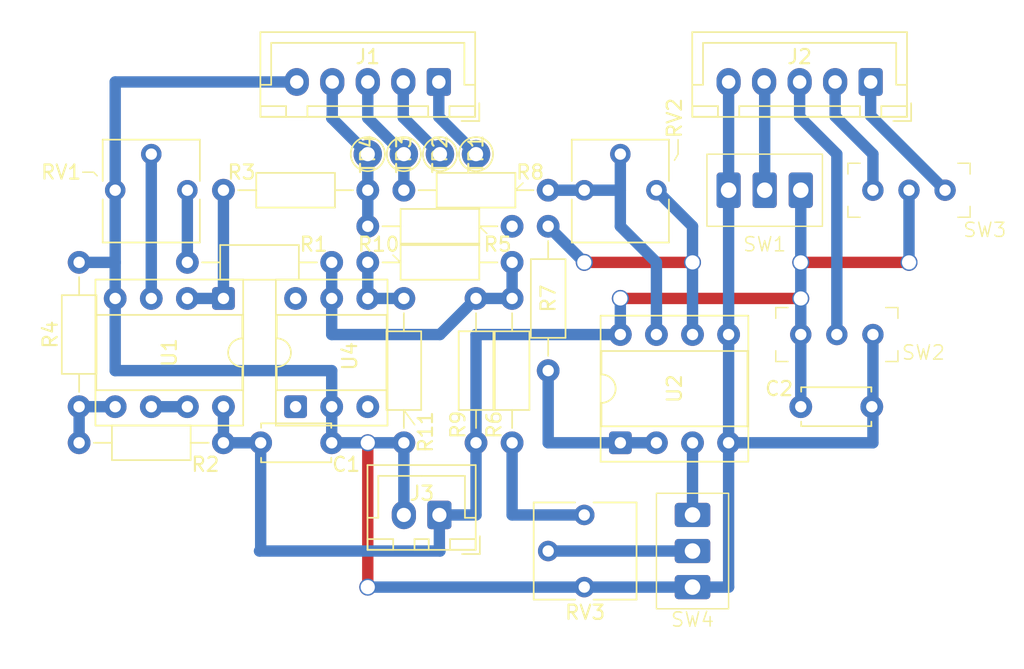
<source format=kicad_pcb>
(kicad_pcb (version 20241229) (generator "pcbnew") (generator_version "9.0")
  (layers (0 "F.Cu" signal) (2 "B.Cu" signal) (13 "F.Paste" user) (15 "B.Paste" user) (5 "F.SilkS" user "F.Silkscreen") (7 "B.SilkS" user "B.Silkscreen") (1 "F.Mask" user) (3 "B.Mask" user) (25 "Edge.Cuts" user))
  (net 0 "")
  (net 1 "+5V")
  (net 2 "GND")
  (net 3 "Net-(R1-Pad1)")
  (net 4 "Vmeas")
  (net 5 "Net-(R3-Pad1)")
  (net 6 "Imeas")
  (net 7 "LOAD_ENABLE")
  (net 8 "Vconst_ENABLE")
  (net 9 "Vofs")
  (net 10 "SHUNT_SELECT2")
  (net 11 "SHUNT_SELECT1")
  (net 12 "VAA")
  (net 13 "Net-(R5-Pad1)")
  (net 14 "Net-(R2-Pad1)")
  (net 15 "Net-(R6-Pad1)")
  (net 16 "Net-(R7-Pad2)")
  (net 17 "Net-(RV1-Pad2)")
  (net 18 "Vref")
  (net 19 "Net-(R8-Pad1)")
  (net 20 "Net-(U4-FB)")
  (net 21 "Net-(U1-Pad6)")
  (net 22 "Net-(SW4-B)")
  (net 23 "Net-(SW4-A)")
  (footprint "Inductor_THT:L_Axial_L5.3mm_D2.2mm_P10.16mm_Horizontal_Vishay_IM-1" (layer "F.Cu") (at 81.28 76.2 90)
    (property "Reference" "R6" (at 1.27 -1.27 90) (layer "F.SilkS"))
    (property "Value" "1k")
    (fp_line (start 7.85 -1.22) (end 2.31 -1.22) (stroke (width 0.12)) (layer "F.SilkS"))
    (fp_line (start 2.31 -1.22) (end 2.31 1.22) (stroke (width 0.12)) (layer "F.SilkS"))
    (fp_line (start 9.12 0) (end 7.85 0) (stroke (width 0.12)) (layer "F.SilkS"))
    (fp_line (start 1.04 0) (end 2.31 0) (stroke (width 0.12)) (layer "F.SilkS"))
    (fp_line (start 7.85 1.22) (end 7.85 -1.22) (stroke (width 0.12)) (layer "F.SilkS"))
    (fp_line (start 2.31 1.22) (end 7.85 1.22) (stroke (width 0.12)) (layer "F.SilkS"))
    (pad "1" thru_hole circle (at 0 0 90) (size 1.6 1.6) (drill 0.8) (layers "*.Cu" "*.Mask") (net 15 "Net-(R6-Pad1)"))
    (pad "2" thru_hole oval (at 10.16 0 90) (size 1.6 1.6) (drill 0.8) (layers "*.Cu" "*.Mask") (net 12 "VAA"))
  )
  (footprint "Package_DIP:DIP-8_W7.62mm_Socket" (layer "F.Cu") (at 60.96 66.04 -90)
    (property "Reference" "U1" (at 3.81 3.81 90) (layer "F.SilkS"))
    (property "Value" "S-89713B-K8T2U")
    (fp_line (start 1.16 8.95) (end 6.46 8.95) (stroke (width 0.12)) (layer "F.SilkS"))
    (fp_line (start 6.46 8.95) (end 6.46 -1.33) (stroke (width 0.12)) (layer "F.SilkS"))
    (fp_line (start 1.16 -1.33) (end 1.16 8.95) (stroke (width 0.12)) (layer "F.SilkS"))
    (fp_line (start 2.81 -1.33) (end 1.16 -1.33) (stroke (width 0.12)) (layer "F.SilkS"))
    (fp_line (start 6.46 -1.33) (end 4.81 -1.33) (stroke (width 0.12)) (layer "F.SilkS"))
    (fp_rect (start -1.33 -1.39) (end 8.95 9.01) (stroke (width 0.12)) (fill no) (layer "F.SilkS"))
    (fp_arc (start 4.81 -1.33) (mid 3.81 -0.33) (end 2.81 -1.33) (stroke (width 0.12)) (layer "F.SilkS"))
    (pad "1" thru_hole roundrect (at 0 0 270) (size 1.6 1.6) (drill 0.8) (layers "*.Cu" "*.Mask") (roundrect_rratio 0.15625) (net 5 "Net-(R3-Pad1)"))
    (pad "2" thru_hole circle (at 0 2.54 270) (size 1.6 1.6) (drill 0.8) (layers "*.Cu" "*.Mask") (net 5 "Net-(R3-Pad1)"))
    (pad "3" thru_hole circle (at 0 5.08 270) (size 1.6 1.6) (drill 0.8) (layers "*.Cu" "*.Mask") (net 17 "Net-(RV1-Pad2)"))
    (pad "4" thru_hole circle (at 0 7.62 270) (size 1.6 1.6) (drill 0.8) (layers "*.Cu" "*.Mask") (net 2 "GND"))
    (pad "5" thru_hole circle (at 7.62 7.62 270) (size 1.6 1.6) (drill 0.8) (layers "*.Cu" "*.Mask") (net 14 "Net-(R2-Pad1)"))
    (pad "6" thru_hole circle (at 7.62 5.08 270) (size 1.6 1.6) (drill 0.8) (layers "*.Cu" "*.Mask") (net 21 "Net-(U1-Pad6)"))
    (pad "7" thru_hole circle (at 7.62 2.54 270) (size 1.6 1.6) (drill 0.8) (layers "*.Cu" "*.Mask") (net 21 "Net-(U1-Pad6)"))
    (pad "8" thru_hole circle (at 7.62 0 270) (size 1.6 1.6) (drill 0.8) (layers "*.Cu" "*.Mask") (net 1 "+5V"))
  )
  (footprint "Package_DIP:DIP-8_W7.62mm_Socket" (layer "F.Cu") (at 88.9 76.2 90)
    (property "Reference" "U2" (at 3.81 3.81 90) (layer "F.SilkS"))
    (property "Value" "S-89713B-K8T2U")
    (fp_line (start 6.46 -1.33) (end 4.81 -1.33) (stroke (width 0.12)) (layer "F.SilkS"))
    (fp_line (start 2.81 -1.33) (end 1.16 -1.33) (stroke (width 0.12)) (layer "F.SilkS"))
    (fp_line (start 1.16 -1.33) (end 1.16 8.95) (stroke (width 0.12)) (layer "F.SilkS"))
    (fp_line (start 6.46 8.95) (end 6.46 -1.33) (stroke (width 0.12)) (layer "F.SilkS"))
    (fp_line (start 1.16 8.95) (end 6.46 8.95) (stroke (width 0.12)) (layer "F.SilkS"))
    (fp_rect (start -1.33 -1.39) (end 8.95 9.01) (stroke (width 0.12)) (fill no) (layer "F.SilkS"))
    (fp_arc (start 4.81 -1.33) (mid 3.81 -0.33) (end 2.81 -1.33) (stroke (width 0.12)) (layer "F.SilkS"))
    (pad "1" thru_hole roundrect (at 0 0 90) (size 1.6 1.6) (drill 0.8) (layers "*.Cu" "*.Mask") (roundrect_rratio 0.15625) (net 16 "Net-(R7-Pad2)"))
    (pad "2" thru_hole circle (at 0 2.54 90) (size 1.6 1.6) (drill 0.8) (layers "*.Cu" "*.Mask") (net 16 "Net-(R7-Pad2)"))
    (pad "3" thru_hole circle (at 0 5.08 90) (size 1.6 1.6) (drill 0.8) (layers "*.Cu" "*.Mask") (net 23 "Net-(SW4-A)"))
    (pad "4" thru_hole circle (at 0 7.62 90) (size 1.6 1.6) (drill 0.8) (layers "*.Cu" "*.Mask") (net 2 "GND"))
    (pad "5" thru_hole circle (at 7.62 7.62 90) (size 1.6 1.6) (drill 0.8) (layers "*.Cu" "*.Mask") (net 2 "GND"))
    (pad "6" thru_hole circle (at 7.62 5.08 90) (size 1.6 1.6) (drill 0.8) (layers "*.Cu" "*.Mask") (net 13 "Net-(R5-Pad1)"))
    (pad "7" thru_hole circle (at 7.62 2.54 90) (size 1.6 1.6) (drill 0.8) (layers "*.Cu" "*.Mask") (net 19 "Net-(R8-Pad1)"))
    (pad "8" thru_hole circle (at 7.62 0 90) (size 1.6 1.6) (drill 0.8) (layers "*.Cu" "*.Mask") (net 1 "+5V"))
  )
  (footprint "Inductor_THT:L_Axial_L5.3mm_D2.2mm_P10.16mm_Horizontal_Vishay_IM-1" (layer "F.Cu") (at 81.28 60.96 180)
    (property "Reference" "R5" (at 1.016 -1.27 0) (layer "F.SilkS"))
    (property "Value" "10k")
    (fp_line (start 9.12 0) (end 7.85 0) (stroke (width 0.12)) (layer "F.SilkS"))
    (fp_line (start 7.85 1.22) (end 7.85 -1.22) (stroke (width 0.12)) (layer "F.SilkS"))
    (fp_line (start 7.85 -1.22) (end 2.31 -1.22) (stroke (width 0.12)) (layer "F.SilkS"))
    (fp_line (start 2.31 1.22) (end 7.85 1.22) (stroke (width 0.12)) (layer "F.SilkS"))
    (fp_line (start 2.31 -1.22) (end 2.31 1.22) (stroke (width 0.12)) (layer "F.SilkS"))
    (fp_line (start 1.04 0) (end 2.31 0) (stroke (width 0.12)) (layer "F.SilkS"))
    (pad "1" thru_hole circle (at 0 0 180) (size 1.6 1.6) (drill 0.8) (layers "*.Cu" "*.Mask") (net 13 "Net-(R5-Pad1)"))
    (pad "2" thru_hole oval (at 10.16 0 180) (size 1.6 1.6) (drill 0.8) (layers "*.Cu" "*.Mask") (net 9 "Vofs"))
  )
  (footprint "Connector_JST:JST_XH_B5B-XH-A_1x05_P2.50mm_Vertical" (layer "F.Cu") (at 106.52 50.8 180)
    (property "Reference" "J2" (at 5 1.778 0) (layer "F.SilkS"))
    (property "Value" "Switch_Control")
    (fp_line (start 12.56 3.51) (end 12.56 -2.46) (stroke (width 0.12)) (layer "F.SilkS"))
    (fp_line (start 12.56 -2.46) (end -2.56 -2.46) (stroke (width 0.12)) (layer "F.SilkS"))
    (fp_line (start 12.55 -0.2) (end 11.8 -0.2) (stroke (width 0.12)) (layer "F.SilkS"))
    (fp_line (start 12.55 -1.7) (end 12.55 -2.45) (stroke (width 0.12)) (layer "F.SilkS"))
    (fp_line (start 12.55 -2.45) (end 10.75 -2.45) (stroke (width 0.12)) (layer "F.SilkS"))
    (fp_line (start 11.8 2.75) (end 5 2.75) (stroke (width 0.12)) (layer "F.SilkS"))
    (fp_line (start 11.8 -0.2) (end 11.8 2.75) (stroke (width 0.12)) (layer "F.SilkS"))
    (fp_line (start 10.75 -1.7) (end 12.55 -1.7) (stroke (width 0.12)) (layer "F.SilkS"))
    (fp_line (start 10.75 -2.45) (end 10.75 -1.7) (stroke (width 0.12)) (layer "F.SilkS"))
    (fp_line (start 9.25 -1.7) (end 9.25 -2.45) (stroke (width 0.12)) (layer "F.SilkS"))
    (fp_line (start 9.25 -2.45) (end 0.75 -2.45) (stroke (width 0.12)) (layer "F.SilkS"))
    (fp_line (start 0.75 -1.7) (end 9.25 -1.7) (stroke (width 0.12)) (layer "F.SilkS"))
    (fp_line (start 0.75 -2.45) (end 0.75 -1.7) (stroke (width 0.12)) (layer "F.SilkS"))
    (fp_line (start -0.75 -1.7) (end -0.75 -2.45) (stroke (width 0.12)) (layer "F.SilkS"))
    (fp_line (start -0.75 -2.45) (end -2.55 -2.45) (stroke (width 0.12)) (layer "F.SilkS"))
    (fp_line (start -1.6 -2.75) (end -2.85 -2.75) (stroke (width 0.12)) (layer "F.SilkS"))
    (fp_line (start -1.8 2.75) (end 5 2.75) (stroke (width 0.12)) (layer "F.SilkS"))
    (fp_line (start -1.8 -0.2) (end -1.8 2.75) (stroke (width 0.12)) (layer "F.SilkS"))
    (fp_line (start -2.55 -0.2) (end -1.8 -0.2) (stroke (width 0.12)) (layer "F.SilkS"))
    (fp_line (start -2.55 -1.7) (end -0.75 -1.7) (stroke (width 0.12)) (layer "F.SilkS"))
    (fp_line (start -2.55 -2.45) (end -2.55 -1.7) (stroke (width 0.12)) (layer "F.SilkS"))
    (fp_line (start -2.56 3.51) (end 12.56 3.51) (stroke (width 0.12)) (layer "F.SilkS"))
    (fp_line (start -2.56 -2.46) (end -2.56 3.51) (stroke (width 0.12)) (layer "F.SilkS"))
    (fp_line (start -2.85 -2.75) (end -2.85 -1.5) (stroke (width 0.12)) (layer "F.SilkS"))
    (pad "1" thru_hole roundrect (at 0 0 180) (size 1.7 1.95) (drill 0.95) (layers "*.Cu" "*.Mask") (roundrect_rratio 0.147059) (net 10 "SHUNT_SELECT2"))
    (pad "2" thru_hole oval (at 2.5 0 180) (size 1.7 1.95) (drill 0.95) (layers "*.Cu" "*.Mask") (net 11 "SHUNT_SELECT1"))
    (pad "3" thru_hole oval (at 5 0 180) (size 1.7 1.95) (drill 0.95) (layers "*.Cu" "*.Mask") (net 8 "Vconst_ENABLE"))
    (pad "4" thru_hole oval (at 7.5 0 180) (size 1.7 1.95) (drill 0.95) (layers "*.Cu" "*.Mask") (net 7 "LOAD_ENABLE"))
    (pad "5" thru_hole oval (at 10 0 180) (size 1.7 1.95) (drill 0.95) (layers "*.Cu" "*.Mask") (net 2 "GND"))
  )
  (footprint "AM_Switch: SS-12D00G3" (layer "F.Cu") (at 104.14 68.58)
    (property "Reference" "SW2" (at 6.096 1.27 0) (layer "F.SilkS") (effects (font (thickness 0.1))))
    (property "Value" "SW_SPDT")
    (fp_line (start -4.3 -1.9) (end -4.3 -1.14) (stroke (width 0.1)) (layer "F.SilkS"))
    (fp_line (start -4.3 1.14) (end -4.3 1.9) (stroke (width 0.1)) (layer "F.SilkS"))
    (fp_line (start -4.3 1.9) (end -3.44 1.9) (stroke (width 0.1)) (layer "F.SilkS"))
    (fp_line (start -3.44 -1.9) (end -4.3 -1.9) (stroke (width 0.1)) (layer "F.SilkS"))
    (fp_line (start 3.44 1.9) (end 4.3 1.9) (stroke (width 0.1)) (layer "F.SilkS"))
    (fp_line (start 4.3 -1.9) (end 3.44 -1.9) (stroke (width 0.1)) (layer "F.SilkS"))
    (fp_line (start 4.3 -1.14) (end 4.3 -1.9) (stroke (width 0.1)) (layer "F.SilkS"))
    (fp_line (start 4.3 1.9) (end 4.3 1.14) (stroke (width 0.1)) (layer "F.SilkS"))
    (pad "1" thru_hole circle (at -2.54 0) (size 1.5 1.5) (drill 0.8) (layers "*.Cu" "*.Mask") (net 1 "+5V"))
    (pad "2" thru_hole circle (at 0 0) (size 1.5 1.5) (drill 0.8) (layers "*.Cu" "*.Mask") (net 8 "Vconst_ENABLE"))
    (pad "3" thru_hole circle (at 2.54 0) (size 1.5 1.5) (drill 0.8) (layers "*.Cu" "*.Mask") (net 2 "GND"))
  )
  (footprint "AM_Switch:2MS1-T1-B4-M2-Q-E" (layer "F.Cu") (at 99.06 58.42 180)
    (property "Reference" "SW1" (at 0 -3.81 0) (layer "F.SilkS") (effects (font (thickness 0.1))))
    (property "Value" "SW_SPDT")
    (fp_rect (start -4.065 -2.54) (end 4.065 2.54) (stroke (width 0.1)) (fill no) (layer "F.SilkS"))
    (pad "1" thru_hole roundrect (at -2.54 0 180) (size 1.7 2.5) (drill 1.09) (layers "*.Cu" "*.Mask") (roundrect_rratio 0.15) (net 1 "+5V"))
    (pad "2" thru_hole roundrect (at 0 0 180) (size 1.7 2.5) (drill 1.09) (layers "*.Cu" "*.Mask") (roundrect_rratio 0.15) (net 7 "LOAD_ENABLE"))
    (pad "3" thru_hole roundrect (at 2.54 0 180) (size 1.7 2.5) (drill 1.09) (layers "*.Cu" "*.Mask") (roundrect_rratio 0.15) (net 2 "GND"))
  )
  (footprint "TestPoint:TestPoint_THTPad_D2.0mm_Drill1.0mm" (layer "F.Cu") (at 73.66 55.88 -90)
    (property "Reference" "TP3" (at 0 0 90) (layer "F.SilkS"))
    (property "Value" "TestPoint_Small")
    (fp_circle (center 0 0) (end 0 1.2) (stroke (width 0.12)) (fill no) (layer "F.SilkS"))
    (pad "1" thru_hole circle (at 0 0 270) (size 2 2) (drill 1) (layers "*.Cu" "*.Mask") (net 18 "Vref"))
  )
  (footprint "Inductor_THT:L_Axial_L5.3mm_D2.2mm_P10.16mm_Horizontal_Vishay_IM-1" (layer "F.Cu") (at 50.8 76.2)
    (property "Reference" "R2" (at 8.89 1.524 0) (layer "F.SilkS"))
    (property "Value" "1k")
    (fp_line (start 1.04 0) (end 2.31 0) (stroke (width 0.12)) (layer "F.SilkS"))
    (fp_line (start 2.31 -1.22) (end 2.31 1.22) (stroke (width 0.12)) (layer "F.SilkS"))
    (fp_line (start 2.31 1.22) (end 7.85 1.22) (stroke (width 0.12)) (layer "F.SilkS"))
    (fp_line (start 7.85 -1.22) (end 2.31 -1.22) (stroke (width 0.12)) (layer "F.SilkS"))
    (fp_line (start 7.85 1.22) (end 7.85 -1.22) (stroke (width 0.12)) (layer "F.SilkS"))
    (fp_line (start 9.12 0) (end 7.85 0) (stroke (width 0.12)) (layer "F.SilkS"))
    (pad "1" thru_hole circle (at 0 0) (size 1.6 1.6) (drill 0.8) (layers "*.Cu" "*.Mask") (net 14 "Net-(R2-Pad1)"))
    (pad "2" thru_hole oval (at 10.16 0) (size 1.6 1.6) (drill 0.8) (layers "*.Cu" "*.Mask") (net 1 "+5V"))
  )
  (footprint "TestPoint:TestPoint_THTPad_D2.0mm_Drill1.0mm" (layer "F.Cu") (at 78.74 55.88 -90)
    (property "Reference" "TP1" (at 0 0 90) (layer "F.SilkS"))
    (property "Value" "TestPoint_Small")
    (fp_circle (center 0 0) (end 0 1.2) (stroke (width 0.12)) (fill no) (layer "F.SilkS"))
    (pad "1" thru_hole circle (at 0 0 270) (size 2 2) (drill 1) (layers "*.Cu" "*.Mask") (net 6 "Imeas"))
  )
  (footprint "Capacitor_THT:C_Disc_D4.7mm_W2.5mm_P5.00mm" (layer "F.Cu") (at 63.58 76.2)
    (property "Reference" "C1" (at 6.016 1.524 0) (layer "F.SilkS"))
    (property "Value" "0.1u")
    (fp_line (start 0.03 -1.37) (end 0.03 -1.055) (stroke (width 0.12)) (layer "F.SilkS"))
    (fp_line (start 0.03 -1.37) (end 4.97 -1.37) (stroke (width 0.12)) (layer "F.SilkS"))
    (fp_line (start 0.03 1.055) (end 0.03 1.37) (stroke (width 0.12)) (layer "F.SilkS"))
    (fp_line (start 0.03 1.37) (end 4.97 1.37) (stroke (width 0.12)) (layer "F.SilkS"))
    (fp_line (start 4.97 -1.37) (end 4.97 -1.055) (stroke (width 0.12)) (layer "F.SilkS"))
    (fp_line (start 4.97 1.055) (end 4.97 1.37) (stroke (width 0.12)) (layer "F.SilkS"))
    (pad "1" thru_hole circle (at 0 0) (size 1.6 1.6) (drill 0.8) (layers "*.Cu" "*.Mask") (net 1 "+5V"))
    (pad "2" thru_hole circle (at 5 0) (size 1.6 1.6) (drill 0.8) (layers "*.Cu" "*.Mask") (net 2 "GND"))
  )
  (footprint "Potentiometer_THT:Potentiometer_Vishay_T73YP_Vertical" (layer "F.Cu") (at 86.36 81.28 180)
    (property "Reference" "RV3" (at -0.06 -6.858 0) (layer "F.SilkS"))
    (property "Value" "10k")
    (fp_line (start 3.56 -5.96) (end 3.56 0.88) (stroke (width 0.12)) (layer "F.SilkS"))
    (fp_line (start 0.65 0.88) (end 3.56 0.88) (stroke (width 0.12)) (layer "F.SilkS"))
    (fp_line (start 0.65 -5.96) (end 3.56 -5.96) (stroke (width 0.12)) (layer "F.SilkS"))
    (fp_line (start -3.68 0.88) (end -0.65 0.88) (stroke (width 0.12)) (layer "F.SilkS"))
    (fp_line (start -3.68 -5.96) (end -0.65 -5.96) (stroke (width 0.12)) (layer "F.SilkS"))
    (fp_line (start -3.68 -5.96) (end -3.68 0.88) (stroke (width 0.12)) (layer "F.SilkS"))
    (pad "1" thru_hole circle (at 0 0 180) (size 1.44 1.44) (drill 0.8) (layers "*.Cu" "*.Mask") (net 15 "Net-(R6-Pad1)"))
    (pad "2" thru_hole circle (at 2.54 -2.54 180) (size 1.44 1.44) (drill 0.8) (layers "*.Cu" "*.Mask") (net 22 "Net-(SW4-B)"))
    (pad "3" thru_hole circle (at 0 -5.08 180) (size 1.44 1.44) (drill 0.8) (layers "*.Cu" "*.Mask") (net 2 "GND"))
  )
  (footprint "Inductor_THT:L_Axial_L5.3mm_D2.2mm_P10.16mm_Horizontal_Vishay_IM-1" (layer "F.Cu") (at 50.8 63.5 -90)
    (property "Reference" "R4" (at 5.08 2.032 90) (layer "F.SilkS"))
    (property "Value" "1k")
    (fp_line (start 2.31 1.22) (end 7.85 1.22) (stroke (width 0.12)) (layer "F.SilkS"))
    (fp_line (start 7.85 1.22) (end 7.85 -1.22) (stroke (width 0.12)) (layer "F.SilkS"))
    (fp_line (start 1.04 0) (end 2.31 0) (stroke (width 0.12)) (layer "F.SilkS"))
    (fp_line (start 9.12 0) (end 7.85 0) (stroke (width 0.12)) (layer "F.SilkS"))
    (fp_line (start 2.31 -1.22) (end 2.31 1.22) (stroke (width 0.12)) (layer "F.SilkS"))
    (fp_line (start 7.85 -1.22) (end 2.31 -1.22) (stroke (width 0.12)) (layer "F.SilkS"))
    (pad "1" thru_hole circle (at 0 0 270) (size 1.6 1.6) (drill 0.8) (layers "*.Cu" "*.Mask") (net 2 "GND"))
    (pad "2" thru_hole oval (at 10.16 0 270) (size 1.6 1.6) (drill 0.8) (layers "*.Cu" "*.Mask") (net 14 "Net-(R2-Pad1)"))
  )
  (footprint "Connector_JST:JST_XH_B2B-XH-A_1x02_P2.50mm_Vertical" (layer "F.Cu") (at 76.16 81.28 180)
    (property "Reference" "J3" (at 1.23 1.524 0) (layer "F.SilkS"))
    (property "Value" "Conn_01x02")
    (fp_line (start 5.06 3.51) (end 5.06 -2.46) (stroke (width 0.12)) (layer "F.SilkS"))
    (fp_line (start 5.06 -2.46) (end -2.56 -2.46) (stroke (width 0.12)) (layer "F.SilkS"))
    (fp_line (start 5.05 -0.2) (end 4.3 -0.2) (stroke (width 0.12)) (layer "F.SilkS"))
    (fp_line (start 5.05 -1.7) (end 5.05 -2.45) (stroke (width 0.12)) (layer "F.SilkS"))
    (fp_line (start 5.05 -2.45) (end 3.25 -2.45) (stroke (width 0.12)) (layer "F.SilkS"))
    (fp_line (start 4.3 2.75) (end 1.25 2.75) (stroke (width 0.12)) (layer "F.SilkS"))
    (fp_line (start 4.3 -0.2) (end 4.3 2.75) (stroke (width 0.12)) (layer "F.SilkS"))
    (fp_line (start 3.25 -1.7) (end 5.05 -1.7) (stroke (width 0.12)) (layer "F.SilkS"))
    (fp_line (start 3.25 -2.45) (end 3.25 -1.7) (stroke (width 0.12)) (layer "F.SilkS"))
    (fp_line (start 1.75 -1.7) (end 1.75 -2.45) (stroke (width 0.12)) (layer "F.SilkS"))
    (fp_line (start 1.75 -2.45) (end 0.75 -2.45) (stroke (width 0.12)) (layer "F.SilkS"))
    (fp_line (start 0.75 -1.7) (end 1.75 -1.7) (stroke (width 0.12)) (layer "F.SilkS"))
    (fp_line (start 0.75 -2.45) (end 0.75 -1.7) (stroke (width 0.12)) (layer "F.SilkS"))
    (fp_line (start -0.75 -1.7) (end -0.75 -2.45) (stroke (width 0.12)) (layer "F.SilkS"))
    (fp_line (start -0.75 -2.45) (end -2.55 -2.45) (stroke (width 0.12)) (layer "F.SilkS"))
    (fp_line (start -1.6 -2.75) (end -2.85 -2.75) (stroke (width 0.12)) (layer "F.SilkS"))
    (fp_line (start -1.8 2.75) (end 1.25 2.75) (stroke (width 0.12)) (layer "F.SilkS"))
    (fp_line (start -1.8 -0.2) (end -1.8 2.75) (stroke (width 0.12)) (layer "F.SilkS"))
    (fp_line (start -2.55 -0.2) (end -1.8 -0.2) (stroke (width 0.12)) (layer "F.SilkS"))
    (fp_line (start -2.55 -1.7) (end -0.75 -1.7) (stroke (width 0.12)) (layer "F.SilkS"))
    (fp_line (start -2.55 -2.45) (end -2.55 -1.7) (stroke (width 0.12)) (layer "F.SilkS"))
    (fp_line (start -2.56 3.51) (end 5.06 3.51) (stroke (width 0.12)) (layer "F.SilkS"))
    (fp_line (start -2.56 -2.46) (end -2.56 3.51) (stroke (width 0.12)) (layer "F.SilkS"))
    (fp_line (start -2.85 -2.75) (end -2.85 -1.5) (stroke (width 0.12)) (layer "F.SilkS"))
    (pad "1" thru_hole roundrect (at 0 0 180) (size 1.7 2) (drill 1) (layers "*.Cu" "*.Mask") (roundrect_rratio 0.147059) (net 1 "+5V"))
    (pad "2" thru_hole oval (at 2.5 0 180) (size 1.7 2) (drill 1) (layers "*.Cu" "*.Mask") (net 2 "GND"))
  )
  (footprint "Inductor_THT:L_Axial_L5.3mm_D2.2mm_P10.16mm_Horizontal_Vishay_IM-1" (layer "F.Cu") (at 71.12 63.5)
    (property "Reference" "R10" (at 0.762 -1.27 0) (layer "F.SilkS"))
    (property "Value" "1k")
    (fp_line (start 1.04 0) (end 2.31 0) (stroke (width 0.12)) (layer "F.SilkS"))
    (fp_line (start 2.31 -1.22) (end 2.31 1.22) (stroke (width 0.12)) (layer "F.SilkS"))
    (fp_line (start 2.31 1.22) (end 7.85 1.22) (stroke (width 0.12)) (layer "F.SilkS"))
    (fp_line (start 7.85 -1.22) (end 2.31 -1.22) (stroke (width 0.12)) (layer "F.SilkS"))
    (fp_line (start 7.85 1.22) (end 7.85 -1.22) (stroke (width 0.12)) (layer "F.SilkS"))
    (fp_line (start 9.12 0) (end 7.85 0) (stroke (width 0.12)) (layer "F.SilkS"))
    (pad "1" thru_hole circle (at 0 0) (size 1.6 1.6) (drill 0.8) (layers "*.Cu" "*.Mask") (net 20 "Net-(U4-FB)"))
    (pad "2" thru_hole oval (at 10.16 0) (size 1.6 1.6) (drill 0.8) (layers "*.Cu" "*.Mask") (net 12 "VAA"))
  )
  (footprint "Inductor_THT:L_Axial_L5.3mm_D2.2mm_P10.16mm_Horizontal_Vishay_IM-1" (layer "F.Cu") (at 83.82 58.42 180)
    (property "Reference" "R8" (at 1.27 1.27 0) (layer "F.SilkS"))
    (property "Value" "1k")
    (fp_line (start 9.12 0) (end 7.85 0) (stroke (width 0.12)) (layer "F.SilkS"))
    (fp_line (start 7.85 1.22) (end 7.85 -1.22) (stroke (width 0.12)) (layer "F.SilkS"))
    (fp_line (start 7.85 -1.22) (end 2.31 -1.22) (stroke (width 0.12)) (layer "F.SilkS"))
    (fp_line (start 2.31 1.22) (end 7.85 1.22) (stroke (width 0.12)) (layer "F.SilkS"))
    (fp_line (start 2.31 -1.22) (end 2.31 1.22) (stroke (width 0.12)) (layer "F.SilkS"))
    (fp_line (start 1.04 0) (end 2.31 0) (stroke (width 0.12)) (layer "F.SilkS"))
    (pad "1" thru_hole circle (at 0 0 180) (size 1.6 1.6) (drill 0.8) (layers "*.Cu" "*.Mask") (net 19 "Net-(R8-Pad1)"))
    (pad "2" thru_hole oval (at 10.16 0 180) (size 1.6 1.6) (drill 0.8) (layers "*.Cu" "*.Mask") (net 18 "Vref"))
  )
  (footprint "Potentiometer_THT:Potentiometer_Vishay_T73YP_Vertical" (layer "F.Cu") (at 91.44 58.42 90)
    (property "Reference" "RV2" (at 5.08 1.27 90) (layer "F.SilkS"))
    (property "Value" "20k")
    (fp_line (start 3.56 -5.96) (end 3.56 0.88) (stroke (width 0.12)) (layer "F.SilkS"))
    (fp_line (start 0.65 -5.96) (end 3.56 -5.96) (stroke (width 0.12)) (layer "F.SilkS"))
    (fp_line (start -3.68 -5.96) (end -0.65 -5.96) (stroke (width 0.12)) (layer "F.SilkS"))
    (fp_line (start -3.68 -5.96) (end -3.68 0.88) (stroke (width 0.12)) (layer "F.SilkS"))
    (fp_line (start 0.65 0.88) (end 3.56 0.88) (stroke (width 0.12)) (layer "F.SilkS"))
    (fp_line (start -3.68 0.88) (end -0.65 0.88) (stroke (width 0.12)) (layer "F.SilkS"))
    (pad "1" thru_hole circle (at 0 0 90) (size 1.44 1.44) (drill 0.8) (layers "*.Cu" "*.Mask") (net 13 "Net-(R5-Pad1)"))
    (pad "2" thru_hole circle (at 2.54 -2.54 90) (size 1.44 1.44) (drill 0.8) (layers "*.Cu" "*.Mask") (net 19 "Net-(R8-Pad1)"))
    (pad "3" thru_hole circle (at 0 -5.08 90) (size 1.44 1.44) (drill 0.8) (layers "*.Cu" "*.Mask") (net 19 "Net-(R8-Pad1)"))
  )
  (footprint "AM_Universal:UniversalC_72x47" (layer "F.Cu") (at 50.8 50.8)
    (property "Reference" "REF**" (hide yes))
    (property "Value" "UniversalC_72x47")
  )
  (footprint "Capacitor_THT:C_Disc_D4.7mm_W2.5mm_P5.00mm" (layer "F.Cu") (at 101.6 73.66)
    (property "Reference" "C2" (at -1.524 -1.27 0) (layer "F.SilkS"))
    (property "Value" "0.1u")
    (fp_line (start 0.03 -1.37) (end 0.03 -1.055) (stroke (width 0.12)) (layer "F.SilkS"))
    (fp_line (start 0.03 -1.37) (end 4.97 -1.37) (stroke (width 0.12)) (layer "F.SilkS"))
    (fp_line (start 0.03 1.055) (end 0.03 1.37) (stroke (width 0.12)) (layer "F.SilkS"))
    (fp_line (start 0.03 1.37) (end 4.97 1.37) (stroke (width 0.12)) (layer "F.SilkS"))
    (fp_line (start 4.97 -1.37) (end 4.97 -1.055) (stroke (width 0.12)) (layer "F.SilkS"))
    (fp_line (start 4.97 1.055) (end 4.97 1.37) (stroke (width 0.12)) (layer "F.SilkS"))
    (pad "1" thru_hole circle (at 0 0) (size 1.6 1.6) (drill 0.8) (layers "*.Cu" "*.Mask") (net 1 "+5V"))
    (pad "2" thru_hole circle (at 5 0) (size 1.6 1.6) (drill 0.8) (layers "*.Cu" "*.Mask") (net 2 "GND"))
  )
  (footprint "Potentiometer_THT:Potentiometer_Vishay_T73YP_Vertical" (layer "F.Cu") (at 58.42 58.42 90)
    (property "Reference" "RV1" (at 1.27 -8.89 180) (layer "F.SilkS"))
    (property "Value" "10k")
    (fp_line (start 3.56 -5.96) (end 3.56 0.88) (stroke (width 0.12)) (layer "F.SilkS"))
    (fp_line (start 0.65 -5.96) (end 3.56 -5.96) (stroke (width 0.12)) (layer "F.SilkS"))
    (fp_line (start -3.68 -5.96) (end -0.65 -5.96) (stroke (width 0.12)) (layer "F.SilkS"))
    (fp_line (start -3.68 -5.96) (end -3.68 0.88) (stroke (width 0.12)) (layer "F.SilkS"))
    (fp_line (start 0.65 0.88) (end 3.56 0.88) (stroke (width 0.12)) (layer "F.SilkS"))
    (fp_line (start -3.68 0.88) (end -0.65 0.88) (stroke (width 0.12)) (layer "F.SilkS"))
    (pad "1" thru_hole circle (at 0 0 90) (size 1.44 1.44) (drill 0.8) (layers "*.Cu" "*.Mask") (net 3 "Net-(R1-Pad1)"))
    (pad "2" thru_hole circle (at 2.54 -2.54 90) (size 1.44 1.44) (drill 0.8) (layers "*.Cu" "*.Mask") (net 17 "Net-(RV1-Pad2)"))
    (pad "3" thru_hole circle (at 0 -5.08 90) (size 1.44 1.44) (drill 0.8) (layers "*.Cu" "*.Mask") (net 2 "GND"))
  )
  (footprint "AM_Switch: SS-12D00G3" (layer "F.Cu") (at 109.22 58.42 180)
    (property "Reference" "SW3" (at -5.334 -2.794 0) (layer "F.SilkS") (effects (font (thickness 0.1))))
    (property "Value" "SW_SPDT")
    (fp_line (start 4.3 1.9) (end 4.3 1.14) (stroke (width 0.1)) (layer "F.SilkS"))
    (fp_line (start 4.3 -1.14) (end 4.3 -1.9) (stroke (width 0.1)) (layer "F.SilkS"))
    (fp_line (start 4.3 -1.9) (end 3.44 -1.9) (stroke (width 0.1)) (layer "F.SilkS"))
    (fp_line (start 3.44 1.9) (end 4.3 1.9) (stroke (width 0.1)) (layer "F.SilkS"))
    (fp_line (start -3.44 -1.9) (end -4.3 -1.9) (stroke (width 0.1)) (layer "F.SilkS"))
    (fp_line (start -4.3 1.9) (end -3.44 1.9) (stroke (width 0.1)) (layer "F.SilkS"))
    (fp_line (start -4.3 1.14) (end -4.3 1.9) (stroke (width 0.1)) (layer "F.SilkS"))
    (fp_line (start -4.3 -1.9) (end -4.3 -1.14) (stroke (width 0.1)) (layer "F.SilkS"))
    (pad "1" thru_hole circle (at -2.54 0 180) (size 1.5 1.5) (drill 0.8) (layers "*.Cu" "*.Mask") (net 10 "SHUNT_SELECT2"))
    (pad "2" thru_hole circle (at 0 0 180) (size 1.5 1.5) (drill 0.8) (layers "*.Cu" "*.Mask") (net 1 "+5V"))
    (pad "3" thru_hole circle (at 2.54 0 180) (size 1.5 1.5) (drill 0.8) (layers "*.Cu" "*.Mask") (net 11 "SHUNT_SELECT1"))
  )
  (footprint "Inductor_THT:L_Axial_L5.3mm_D2.2mm_P10.16mm_Horizontal_Vishay_IM-1" (layer "F.Cu") (at 73.66 76.2 90)
    (property "Reference" "R11" (at 0.762 1.524 90) (layer "F.SilkS"))
    (property "Value" "1k")
    (fp_line (start 7.85 -1.22) (end 2.31 -1.22) (stroke (width 0.12)) (layer "F.SilkS"))
    (fp_line (start 2.31 -1.22) (end 2.31 1.22) (stroke (width 0.12)) (layer "F.SilkS"))
    (fp_line (start 9.12 0) (end 7.85 0) (stroke (width 0.12)) (layer "F.SilkS"))
    (fp_line (start 1.04 0) (end 2.31 0) (stroke (width 0.12)) (layer "F.SilkS"))
    (fp_line (start 7.85 1.22) (end 7.85 -1.22) (stroke (width 0.12)) (layer "F.SilkS"))
    (fp_line (start 2.31 1.22) (end 7.85 1.22) (stroke (width 0.12)) (layer "F.SilkS"))
    (pad "1" thru_hole circle (at 0 0 90) (size 1.6 1.6) (drill 0.8) (layers "*.Cu" "*.Mask") (net 2 "GND"))
    (pad "2" thru_hole oval (at 10.16 0 90) (size 1.6 1.6) (drill 0.8) (layers "*.Cu" "*.Mask") (net 20 "Net-(U4-FB)"))
  )
  (footprint "Inductor_THT:L_Axial_L5.3mm_D2.2mm_P10.16mm_Horizontal_Vishay_IM-1" (layer "F.Cu") (at 60.96 58.42)
    (property "Reference" "R3" (at 1.27 -1.27 0) (layer "F.SilkS"))
    (property "Value" "1k")
    (fp_line (start 1.04 0) (end 2.31 0) (stroke (width 0.12)) (layer "F.SilkS"))
    (fp_line (start 2.31 -1.22) (end 2.31 1.22) (stroke (width 0.12)) (layer "F.SilkS"))
    (fp_line (start 2.31 1.22) (end 7.85 1.22) (stroke (width 0.12)) (layer "F.SilkS"))
    (fp_line (start 7.85 -1.22) (end 2.31 -1.22) (stroke (width 0.12)) (layer "F.SilkS"))
    (fp_line (start 7.85 1.22) (end 7.85 -1.22) (stroke (width 0.12)) (layer "F.SilkS"))
    (fp_line (start 9.12 0) (end 7.85 0) (stroke (width 0.12)) (layer "F.SilkS"))
    (pad "1" thru_hole circle (at 0 0) (size 1.6 1.6) (drill 0.8) (layers "*.Cu" "*.Mask") (net 5 "Net-(R3-Pad1)"))
    (pad "2" thru_hole oval (at 10.16 0) (size 1.6 1.6) (drill 0.8) (layers "*.Cu" "*.Mask") (net 9 "Vofs"))
  )
  (footprint "Inductor_THT:L_Axial_L5.3mm_D2.2mm_P10.16mm_Horizontal_Vishay_IM-1" (layer "F.Cu") (at 58.42 63.5)
    (property "Reference" "R1" (at 8.89 -1.27 0) (layer "F.SilkS"))
    (property "Value" "1k")
    (fp_line (start 1.04 0) (end 2.31 0) (stroke (width 0.12)) (layer "F.SilkS"))
    (fp_line (start 2.31 -1.22) (end 2.31 1.22) (stroke (width 0.12)) (layer "F.SilkS"))
    (fp_line (start 2.31 1.22) (end 7.85 1.22) (stroke (width 0.12)) (layer "F.SilkS"))
    (fp_line (start 7.85 -1.22) (end 2.31 -1.22) (stroke (width 0.12)) (layer "F.SilkS"))
    (fp_line (start 7.85 1.22) (end 7.85 -1.22) (stroke (width 0.12)) (layer "F.SilkS"))
    (fp_line (start 9.12 0) (end 7.85 0) (stroke (width 0.12)) (layer "F.SilkS"))
    (pad "1" thru_hole circle (at 0 0) (size 1.6 1.6) (drill 0.8) (layers "*.Cu" "*.Mask") (net 3 "Net-(R1-Pad1)"))
    (pad "2" thru_hole oval (at 10.16 0) (size 1.6 1.6) (drill 0.8) (layers "*.Cu" "*.Mask") (net 12 "VAA"))
  )
  (footprint "Inductor_THT:L_Axial_L5.3mm_D2.2mm_P10.16mm_Horizontal_Vishay_IM-1" (layer "F.Cu") (at 78.74 66.04 -90)
    (property "Reference" "R9" (at 8.89 1.27 90) (layer "F.SilkS"))
    (property "Value" "1k")
    (fp_line (start 2.31 1.22) (end 7.85 1.22) (stroke (width 0.12)) (layer "F.SilkS"))
    (fp_line (start 7.85 1.22) (end 7.85 -1.22) (stroke (width 0.12)) (layer "F.SilkS"))
    (fp_line (start 1.04 0) (end 2.31 0) (stroke (width 0.12)) (layer "F.SilkS"))
    (fp_line (start 9.12 0) (end 7.85 0) (stroke (width 0.12)) (layer "F.SilkS"))
    (fp_line (start 2.31 -1.22) (end 2.31 1.22) (stroke (width 0.12)) (layer "F.SilkS"))
    (fp_line (start 7.85 -1.22) (end 2.31 -1.22) (stroke (width 0.12)) (layer "F.SilkS"))
    (pad "1" thru_hole circle (at 0 0 270) (size 1.6 1.6) (drill 0.8) (layers "*.Cu" "*.Mask") (net 12 "VAA"))
    (pad "2" thru_hole oval (at 10.16 0 270) (size 1.6 1.6) (drill 0.8) (layers "*.Cu" "*.Mask") (net 1 "+5V"))
  )
  (footprint "Package_DIP:DIP-6_W7.62mm_Socket" (layer "F.Cu") (at 66.04 73.66 90)
    (property "Reference" "U4" (at 3.556 3.81 90) (layer "F.SilkS"))
    (property "Value" "NJM2825F")
    (fp_line (start 6.46 -1.33) (end 4.81 -1.33) (stroke (width 0.12)) (layer "F.SilkS"))
    (fp_line (start 2.81 -1.33) (end 1.16 -1.33) (stroke (width 0.12)) (layer "F.SilkS"))
    (fp_line (start 1.16 -1.33) (end 1.16 6.41) (stroke (width 0.12)) (layer "F.SilkS"))
    (fp_line (start 6.46 6.41) (end 6.46 -1.33) (stroke (width 0.12)) (layer "F.SilkS"))
    (fp_line (start 1.16 6.41) (end 6.46 6.41) (stroke (width 0.12)) (layer "F.SilkS"))
    (fp_rect (start -1.33 -1.39) (end 8.95 6.47) (stroke (width 0.12)) (fill no) (layer "F.SilkS"))
    (fp_arc (start 4.81 -1.33) (mid 3.81 -0.33) (end 2.81 -1.33) (stroke (width 0.12)) (layer "F.SilkS"))
    (pad "1" thru_hole roundrect (at 0 0 90) (size 1.6 1.6) (drill 0.8) (layers "*.Cu" "*.Mask") (roundrect_rratio 0.15625))
    (pad "2" thru_hole circle (at 0 2.54 90) (size 1.6 1.6) (drill 0.8) (layers "*.Cu" "*.Mask") (net 2 "GND"))
    (pad "3" thru_hole circle (at 0 5.08 90) (size 1.6 1.6) (drill 0.8) (layers "*.Cu" "*.Mask"))
    (pad "4" thru_hole circle (at 7.62 5.08 90) (size 1.6 1.6) (drill 0.8) (layers "*.Cu" "*.Mask") (net 20 "Net-(U4-FB)"))
    (pad "5" thru_hole circle (at 7.62 2.54 90) (size 1.6 1.6) (drill 0.8) (layers "*.Cu" "*.Mask") (net 12 "VAA"))
    (pad "6" thru_hole circle (at 7.62 0 90) (size 1.6 1.6) (drill 0.8) (layers "*.Cu" "*.Mask"))
  )
  (footprint "AM_Switch:2MS1-T1-B4-M2-Q-E" (layer "F.Cu") (at 93.98 83.82 -90)
    (property "Reference" "SW4" (at 4.826 0 0) (layer "F.SilkS") (effects (font (thickness 0.1))))
    (property "Value" "SW_SPDT")
    (fp_rect (start -4.065 -2.54) (end 4.065 2.54) (stroke (width 0.1)) (fill no) (layer "F.SilkS"))
    (pad "1" thru_hole roundrect (at -2.54 0 270) (size 1.7 2.5) (drill 1.09) (layers "*.Cu" "*.Mask") (roundrect_rratio 0.15) (net 23 "Net-(SW4-A)"))
    (pad "2" thru_hole roundrect (at 0 0 270) (size 1.7 2.5) (drill 1.09) (layers "*.Cu" "*.Mask") (roundrect_rratio 0.15) (net 22 "Net-(SW4-B)"))
    (pad "3" thru_hole roundrect (at 2.54 0 270) (size 1.7 2.5) (drill 1.09) (layers "*.Cu" "*.Mask") (roundrect_rratio 0.15) (net 2 "GND"))
  )
  (footprint "TestPoint:TestPoint_THTPad_D2.0mm_Drill1.0mm" (layer "F.Cu") (at 71.12 55.88 -90)
    (property "Reference" "TP4" (at 0 0 90) (layer "F.SilkS"))
    (property "Value" "TestPoint_Small")
    (fp_circle (center 0 0) (end 0 1.2) (stroke (width 0.12)) (fill no) (layer "F.SilkS"))
    (pad "1" thru_hole circle (at 0 0 270) (size 2 2) (drill 1) (layers "*.Cu" "*.Mask") (net 9 "Vofs"))
  )
  (footprint "Connector_JST:JST_XH_B5B-XH-A_1x05_P2.50mm_Vertical" (layer "F.Cu") (at 76.12 50.8 180)
    (property "Reference" "J1" (at 5 1.778 0) (layer "F.SilkS"))
    (property "Value" "AnalogIO")
    (fp_line (start 12.56 3.51) (end 12.56 -2.46) (stroke (width 0.12)) (layer "F.SilkS"))
    (fp_line (start 12.56 -2.46) (end -2.56 -2.46) (stroke (width 0.12)) (layer "F.SilkS"))
    (fp_line (start 12.55 -0.2) (end 11.8 -0.2) (stroke (width 0.12)) (layer "F.SilkS"))
    (fp_line (start 12.55 -1.7) (end 12.55 -2.45) (stroke (width 0.12)) (layer "F.SilkS"))
    (fp_line (start 12.55 -2.45) (end 10.75 -2.45) (stroke (width 0.12)) (layer "F.SilkS"))
    (fp_line (start 11.8 2.75) (end 5 2.75) (stroke (width 0.12)) (layer "F.SilkS"))
    (fp_line (start 11.8 -0.2) (end 11.8 2.75) (stroke (width 0.12)) (layer "F.SilkS"))
    (fp_line (start 10.75 -1.7) (end 12.55 -1.7) (stroke (width 0.12)) (layer "F.SilkS"))
    (fp_line (start 10.75 -2.45) (end 10.75 -1.7) (stroke (width 0.12)) (layer "F.SilkS"))
    (fp_line (start 9.25 -1.7) (end 9.25 -2.45) (stroke (width 0.12)) (layer "F.SilkS"))
    (fp_line (start 9.25 -2.45) (end 0.75 -2.45) (stroke (width 0.12)) (layer "F.SilkS"))
    (fp_line (start 0.75 -1.7) (end 9.25 -1.7) (stroke (width 0.12)) (layer "F.SilkS"))
    (fp_line (start 0.75 -2.45) (end 0.75 -1.7) (stroke (width 0.12)) (layer "F.SilkS"))
    (fp_line (start -0.75 -1.7) (end -0.75 -2.45) (stroke (width 0.12)) (layer "F.SilkS"))
    (fp_line (start -0.75 -2.45) (end -2.55 -2.45) (stroke (width 0.12)) (layer "F.SilkS"))
    (fp_line (start -1.6 -2.75) (end -2.85 -2.75) (stroke (width 0.12)) (layer "F.SilkS"))
    (fp_line (start -1.8 2.75) (end 5 2.75) (stroke (width 0.12)) (layer "F.SilkS"))
    (fp_line (start -1.8 -0.2) (end -1.8 2.75) (stroke (width 0.12)) (layer "F.SilkS"))
    (fp_line (start -2.55 -0.2) (end -1.8 -0.2) (stroke (width 0.12)) (layer "F.SilkS"))
    (fp_line (start -2.55 -1.7) (end -0.75 -1.7) (stroke (width 0.12)) (layer "F.SilkS"))
    (fp_line (start -2.55 -2.45) (end -2.55 -1.7) (stroke (width 0.12)) (layer "F.SilkS"))
    (fp_line (start -2.56 3.51) (end 12.56 3.51) (stroke (width 0.12)) (layer "F.SilkS"))
    (fp_line (start -2.56 -2.46) (end -2.56 3.51) (stroke (width 0.12)) (layer "F.SilkS"))
    (fp_line (start -2.85 -2.75) (end -2.85 -1.5) (stroke (width 0.12)) (layer "F.SilkS"))
    (pad "1" thru_hole roundrect (at 0 0 180) (size 1.7 1.95) (drill 0.95) (layers "*.Cu" "*.Mask") (roundrect_rratio 0.147059) (net 6 "Imeas"))
    (pad "2" thru_hole oval (at 2.5 0 180) (size 1.7 1.95) (drill 0.95) (layers "*.Cu" "*.Mask") (net 4 "Vmeas"))
    (pad "3" thru_hole oval (at 5 0 180) (size 1.7 1.95) (drill 0.95) (layers "*.Cu" "*.Mask") (net 18 "Vref"))
    (pad "4" thru_hole oval (at 7.5 0 180) (size 1.7 1.95) (drill 0.95) (layers "*.Cu" "*.Mask") (net 9 "Vofs"))
    (pad "5" thru_hole oval (at 10 0 180) (size 1.7 1.95) (drill 0.95) (layers "*.Cu" "*.Mask") (net 2 "GND"))
  )
  (footprint "Inductor_THT:L_Axial_L5.3mm_D2.2mm_P10.16mm_Horizontal_Vishay_IM-1" (layer "F.Cu") (at 83.82 60.96 -90)
    (property "Reference" "R7" (at 5.08 0 90) (layer "F.SilkS"))
    (property "Value" "10k")
    (fp_line (start 2.31 1.22) (end 7.85 1.22) (stroke (width 0.12)) (layer "F.SilkS"))
    (fp_line (start 7.85 1.22) (end 7.85 -1.22) (stroke (width 0.12)) (layer "F.SilkS"))
    (fp_line (start 1.04 0) (end 2.31 0) (stroke (width 0.12)) (layer "F.SilkS"))
    (fp_line (start 9.12 0) (end 7.85 0) (stroke (width 0.12)) (layer "F.SilkS"))
    (fp_line (start 2.31 -1.22) (end 2.31 1.22) (stroke (width 0.12)) (layer "F.SilkS"))
    (fp_line (start 7.85 -1.22) (end 2.31 -1.22) (stroke (width 0.12)) (layer "F.SilkS"))
    (pad "1" thru_hole circle (at 0 0 270) (size 1.6 1.6) (drill 0.8) (layers "*.Cu" "*.Mask") (net 13 "Net-(R5-Pad1)"))
    (pad "2" thru_hole oval (at 10.16 0 270) (size 1.6 1.6) (drill 0.8) (layers "*.Cu" "*.Mask") (net 16 "Net-(R7-Pad2)"))
  )
  (footprint "TestPoint:TestPoint_THTPad_D2.0mm_Drill1.0mm" (layer "F.Cu") (at 76.2 55.88 -90)
    (property "Reference" "TP2" (at 0 0 90) (layer "F.SilkS"))
    (property "Value" "TestPoint_Small")
    (fp_circle (center 0 0) (end 0 1.2) (stroke (width 0.12)) (fill no) (layer "F.SilkS"))
    (pad "1" thru_hole circle (at 0 0 270) (size 2 2) (drill 1) (layers "*.Cu" "*.Mask") (net 4 "Vmeas"))
  )
  (gr_line (start 72.898 62.992) (end 73.43 63.5) (stroke (width 0.1)) (layer "F.SilkS"))
  (gr_line (start 51.816 57.15) (end 52.07 57.404) (stroke (width 0.1)) (layer "F.SilkS"))
  (gr_line (start 78.97 60.96) (end 79.502 61.468) (stroke (width 0.1)) (layer "F.SilkS"))
  (gr_line (start 81.51 58.42) (end 82.042 57.912) (stroke (width 0.1)) (layer "F.SilkS"))
  (gr_line (start 73.66 73.89) (end 74.422 74.93) (stroke (width 0.1)) (layer "F.SilkS"))
  (gr_line (start 92.964 55.88) (end 92.964 54.864) (stroke (width 0.1)) (layer "F.SilkS"))
  (gr_line (start 92.964 55.88) (end 92.71 56.315) (stroke (width 0.1)) (layer "F.SilkS"))
  (gr_line (start 51.054 57.15) (end 51.816 57.15) (stroke (width 0.1)) (layer "F.SilkS"))
  (segment (start 101.6 63.5) (end 109.22 63.5) (width 0.8) (layer "F.Cu") (net 1))
  (segment (start 101.6 66.04) (end 88.9 66.04) (width 0.8) (layer "F.Cu") (net 1))
  (via (at 101.6 66.04) (size 1.2) (drill 1) (layers "F.Cu" "B.Cu") (net 1))
  (via (at 109.22 63.5) (size 1.2) (drill 1) (layers "F.Cu" "B.Cu") (net 1))
  (via (at 88.9 66.04) (size 1.2) (drill 1) (layers "F.Cu" "B.Cu") (net 1))
  (via (at 101.6 63.5) (size 1.2) (drill 1) (layers "F.Cu" "B.Cu") (net 1))
  (segment (start 88.9 66.04) (end 88.9 68.58) (width 0.8) (layer "B.Cu") (net 1))
  (segment (start 78.74 81.28) (end 76.16 81.28) (width 0.8) (layer "B.Cu") (net 1))
  (segment (start 60.96 76.2) (end 63.58 76.2) (width 0.8) (layer "B.Cu") (net 1))
  (segment (start 101.6 63.5) (end 101.6 58.42) (width 0.8) (layer "B.Cu") (net 1))
  (segment (start 76.16 83.78) (end 76.2 83.82) (width 0.8) (layer "B.Cu") (net 1))
  (segment (start 78.74 76.2) (end 78.74 68.58) (width 0.8) (layer "B.Cu") (net 1))
  (segment (start 101.6 68.58) (end 101.6 73.66) (width 0.8) (layer "B.Cu") (net 1))
  (segment (start 78.74 68.58) (end 88.9 68.58) (width 0.8) (layer "B.Cu") (net 1))
  (segment (start 76.16 81.28) (end 76.16 83.78) (width 0.8) (layer "B.Cu") (net 1))
  (segment (start 78.74 76.2) (end 78.74 81.28) (width 0.8) (layer "B.Cu") (net 1))
  (segment (start 76.2 83.82) (end 63.5 83.82) (width 0.8) (layer "B.Cu") (net 1))
  (segment (start 109.22 63.5) (end 109.22 58.42) (width 0.8) (layer "B.Cu") (net 1))
  (segment (start 101.6 68.58) (end 101.6 66.04) (width 0.8) (layer "B.Cu") (net 1))
  (segment (start 101.6 66.04) (end 101.6 63.5) (width 0.8) (layer "B.Cu") (net 1))
  (segment (start 63.5 83.82) (end 63.58 83.74) (width 0.8) (layer "B.Cu") (net 1))
  (segment (start 63.58 83.74) (end 63.58 76.2) (width 0.8) (layer "B.Cu") (net 1))
  (segment (start 60.96 73.66) (end 60.96 76.2) (width 0.8) (layer "B.Cu") (net 1))
  (segment (start 71.12 76.2) (end 71.12 86.36) (width 0.8) (layer "F.Cu") (net 2))
  (via (at 71.12 86.36) (size 1.2) (drill 1) (layers "F.Cu" "B.Cu") (net 2))
  (via (at 71.12 76.2) (size 1.2) (drill 1) (layers "F.Cu" "B.Cu") (net 2))
  (segment (start 68.58 73.66) (end 68.58 71.12) (width 0.8) (layer "B.Cu") (net 2))
  (segment (start 96.52 76.2) (end 106.68 76.2) (width 0.8) (layer "B.Cu") (net 2))
  (segment (start 73.66 76.2) (end 73.66 81.28) (width 0.8) (layer "B.Cu") (net 2))
  (segment (start 53.34 71.12) (end 53.34 66.04) (width 0.8) (layer "B.Cu") (net 2))
  (segment (start 68.58 73.66) (end 68.58 76.2) (width 0.8) (layer "B.Cu") (net 2))
  (segment (start 50.8 63.5) (end 53.34 63.5) (width 0.8) (layer "B.Cu") (net 2))
  (segment (start 96.52 68.58) (end 96.52 58.42) (width 0.8) (layer "B.Cu") (net 2))
  (segment (start 53.34 58.42) (end 53.34 50.8) (width 0.8) (layer "B.Cu") (net 2))
  (segment (start 53.34 63.5) (end 53.34 58.42) (width 0.8) (layer "B.Cu") (net 2))
  (segment (start 68.58 76.2) (end 71.12 76.2) (width 0.8) (layer "B.Cu") (net 2))
  (segment (start 53.34 66.04) (end 53.34 63.5) (width 0.8) (layer "B.Cu") (net 2))
  (segment (start 86.36 86.36) (end 93.98 86.36) (width 0.8) (layer "B.Cu") (net 2))
  (segment (start 53.34 50.8) (end 66.12 50.8) (width 0.8) (layer "B.Cu") (net 2))
  (segment (start 71.12 76.2) (end 73.66 76.2) (width 0.8) (layer "B.Cu") (net 2))
  (segment (start 96.52 86.36) (end 96.52 76.2) (width 0.8) (layer "B.Cu") (net 2))
  (segment (start 96.52 76.2) (end 96.52 68.58) (width 0.8) (layer "B.Cu") (net 2))
  (segment (start 93.98 86.36) (end 96.52 86.36) (width 0.8) (layer "B.Cu") (net 2))
  (segment (start 106.68 76.2) (end 106.68 68.58) (width 0.8) (layer "B.Cu") (net 2))
  (segment (start 96.52 58.42) (end 96.52 50.8) (width 0.8) (layer "B.Cu") (net 2))
  (segment (start 68.58 71.12) (end 53.34 71.12) (width 0.8) (layer "B.Cu") (net 2))
  (segment (start 71.12 86.36) (end 86.36 86.36) (width 0.8) (layer "B.Cu") (net 2))
  (segment (start 58.42 63.5) (end 58.42 58.42) (width 0.8) (layer "B.Cu") (net 3))
  (segment (start 76.2 55.88) (end 73.62 53.3) (width 0.8) (layer "B.Cu") (net 4))
  (segment (start 73.62 53.3) (end 73.62 50.8) (width 0.8) (layer "B.Cu") (net 4))
  (segment (start 60.96 58.42) (end 60.96 66.04) (width 0.8) (layer "B.Cu") (net 5))
  (segment (start 58.42 66.04) (end 60.96 66.04) (width 0.8) (layer "B.Cu") (net 5))
  (segment (start 78.74 55.88) (end 76.12 53.26) (width 0.8) (layer "B.Cu") (net 6))
  (segment (start 76.12 53.26) (end 76.12 50.8) (width 0.8) (layer "B.Cu") (net 6))
  (segment (start 99.06 58.42) (end 99.06 50.84) (width 0.8) (layer "B.Cu") (net 7))
  (segment (start 99.06 50.84) (end 99.02 50.8) (width 0.8) (layer "B.Cu") (net 7))
  (segment (start 104.14 68.58) (end 104.14 55.88) (width 0.8) (layer "B.Cu") (net 8))
  (segment (start 101.52 53.26) (end 101.52 50.8) (width 0.8) (layer "B.Cu") (net 8))
  (segment (start 104.14 55.88) (end 101.52 53.26) (width 0.8) (layer "B.Cu") (net 8))
  (segment (start 71.12 55.88) (end 71.12 60.96) (width 0.8) (layer "B.Cu") (net 9))
  (segment (start 68.58 53.34) (end 68.62 53.3) (width 0.8) (layer "B.Cu") (net 9))
  (segment (start 68.62 53.3) (end 68.62 50.8) (width 0.8) (layer "B.Cu") (net 9))
  (segment (start 71.12 55.88) (end 68.58 53.34) (width 0.8) (layer "B.Cu") (net 9))
  (segment (start 106.52 53.18) (end 106.52 50.8) (width 0.8) (layer "B.Cu") (net 10))
  (segment (start 111.76 58.42) (end 106.52 53.18) (width 0.8) (layer "B.Cu") (net 10))
  (segment (start 106.68 55.88) (end 104.02 53.22) (width 0.8) (layer "B.Cu") (net 11))
  (segment (start 104.02 53.22) (end 104.02 50.8) (width 0.8) (layer "B.Cu") (net 11))
  (segment (start 106.68 58.42) (end 106.68 55.88) (width 0.8) (layer "B.Cu") (net 11))
  (segment (start 81.28 63.5) (end 81.28 66.04) (width 0.8) (layer "B.Cu") (net 12))
  (segment (start 76.2 68.58) (end 68.58 68.58) (width 0.8) (layer "B.Cu") (net 12))
  (segment (start 81.28 66.04) (end 78.74 66.04) (width 0.8) (layer "B.Cu") (net 12))
  (segment (start 78.74 66.04) (end 76.2 68.58) (width 0.8) (layer "B.Cu") (net 12))
  (segment (start 68.58 66.04) (end 68.58 63.5) (width 0.8) (layer "B.Cu") (net 12))
  (segment (start 68.58 68.58) (end 68.58 66.04) (width 0.8) (layer "B.Cu") (net 12))
  (segment (start 93.98 63.5) (end 86.36 63.5) (width 0.8) (layer "F.Cu") (net 13))
  (via (at 93.98 63.5) (size 1.2) (drill 1) (layers "F.Cu" "B.Cu") (net 13))
  (via (at 86.36 63.5) (size 1.2) (drill 1) (layers "F.Cu" "B.Cu") (net 13))
  (segment (start 86.36 63.5) (end 83.82 60.96) (width 0.8) (layer "B.Cu") (net 13))
  (segment (start 93.98 68.58) (end 93.98 63.5) (width 0.8) (layer "B.Cu") (net 13))
  (segment (start 93.98 63.5) (end 93.98 60.96) (width 0.8) (layer "B.Cu") (net 13))
  (segment (start 93.98 60.96) (end 91.44 58.42) (width 0.8) (layer "B.Cu") (net 13))
  (segment (start 50.8 73.66) (end 50.8 76.2) (width 0.8) (layer "B.Cu") (net 14))
  (segment (start 53.34 73.66) (end 50.8 73.66) (width 0.8) (layer "B.Cu") (net 14))
  (segment (start 81.28 81.28) (end 86.36 81.28) (width 0.8) (layer "B.Cu") (net 15))
  (segment (start 81.28 76.2) (end 81.28 81.28) (width 0.8) (layer "B.Cu") (net 15))
  (segment (start 88.9 76.2) (end 83.82 76.2) (width 0.8) (layer "B.Cu") (net 16))
  (segment (start 83.82 76.2) (end 83.82 71.12) (width 0.8) (layer "B.Cu") (net 16))
  (segment (start 88.9 76.2) (end 91.44 76.2) (width 0.8) (layer "B.Cu") (net 16))
  (segment (start 55.88 55.88) (end 55.88 66.04) (width 0.8) (layer "B.Cu") (net 17))
  (segment (start 73.66 55.88) (end 71.12 53.34) (width 0.8) (layer "B.Cu") (net 18))
  (segment (start 71.12 53.34) (end 71.12 50.8) (width 0.8) (layer "B.Cu") (net 18))
  (segment (start 73.66 55.88) (end 73.66 58.42) (width 0.8) (layer "B.Cu") (net 18))
  (segment (start 86.36 58.42) (end 83.82 58.42) (width 0.8) (layer "B.Cu") (net 19))
  (segment (start 88.9 60.96) (end 88.9 58.42) (width 0.8) (layer "B.Cu") (net 19))
  (segment (start 91.44 68.58) (end 91.44 63.5) (width 0.8) (layer "B.Cu") (net 19))
  (segment (start 91.44 63.5) (end 88.9 60.96) (width 0.8) (layer "B.Cu") (net 19))
  (segment (start 88.9 58.42) (end 88.9 55.88) (width 0.8) (layer "B.Cu") (net 19))
  (segment (start 86.36 58.42) (end 88.9 58.42) (width 0.8) (layer "B.Cu") (net 19))
  (segment (start 73.66 66.04) (end 71.12 66.04) (width 0.8) (layer "B.Cu") (net 20))
  (segment (start 71.12 63.5) (end 71.12 66.04) (width 0.8) (layer "B.Cu") (net 20))
  (segment (start 55.88 73.66) (end 58.42 73.66) (width 0.8) (layer "B.Cu") (net 21))
  (segment (start 83.82 83.82) (end 93.98 83.82) (width 0.8) (layer "B.Cu") (net 22))
  (segment (start 93.98 81.28) (end 93.98 76.2) (width 0.8) (layer "B.Cu") (net 23))
)
</source>
